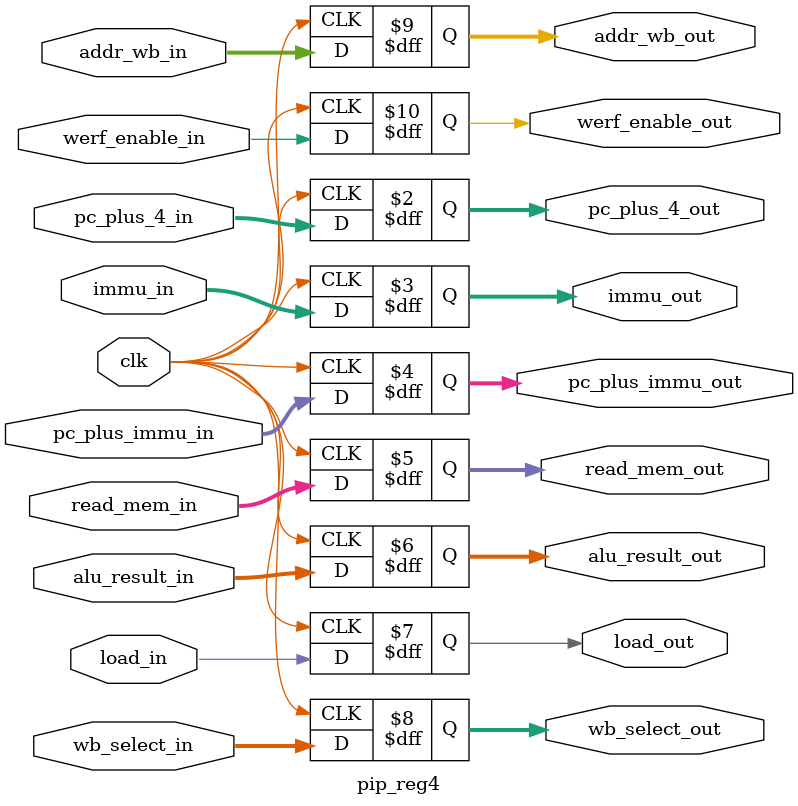
<source format=v>
module pip_reg4(clk,addr_wb_in,werf_enable_in,pc_plus_4_in,immu_in,pc_plus_immu_in,read_mem_in,load_in,alu_result_in,wb_select_in,pc_plus_4_out,immu_out,pc_plus_immu_out,read_mem_out,load_out,alu_result_out,wb_select_out,addr_wb_out,werf_enable_out);

input [4:0] addr_wb_in;
input [31:0] pc_plus_4_in,immu_in,pc_plus_immu_in,read_mem_in,alu_result_in;
input load_in,clk,werf_enable_in;
input [1:0] wb_select_in;
output reg [31:0] pc_plus_4_out,immu_out,pc_plus_immu_out,read_mem_out,alu_result_out;
output reg load_out;
output reg [1:0] wb_select_out;
output reg [4:0] addr_wb_out;
output reg werf_enable_out;


always@(posedge clk)
begin

pc_plus_4_out		<=	pc_plus_4_in;
immu_out		<=	immu_in;
pc_plus_immu_out	<=	pc_plus_immu_in;
read_mem_out		<=	read_mem_in;
alu_result_out		<=	alu_result_in;
load_out		<=	load_in;
wb_select_out		<=	wb_select_in;
addr_wb_out		<=	addr_wb_in;
werf_enable_out		<=	werf_enable_in;
end


endmodule


</source>
